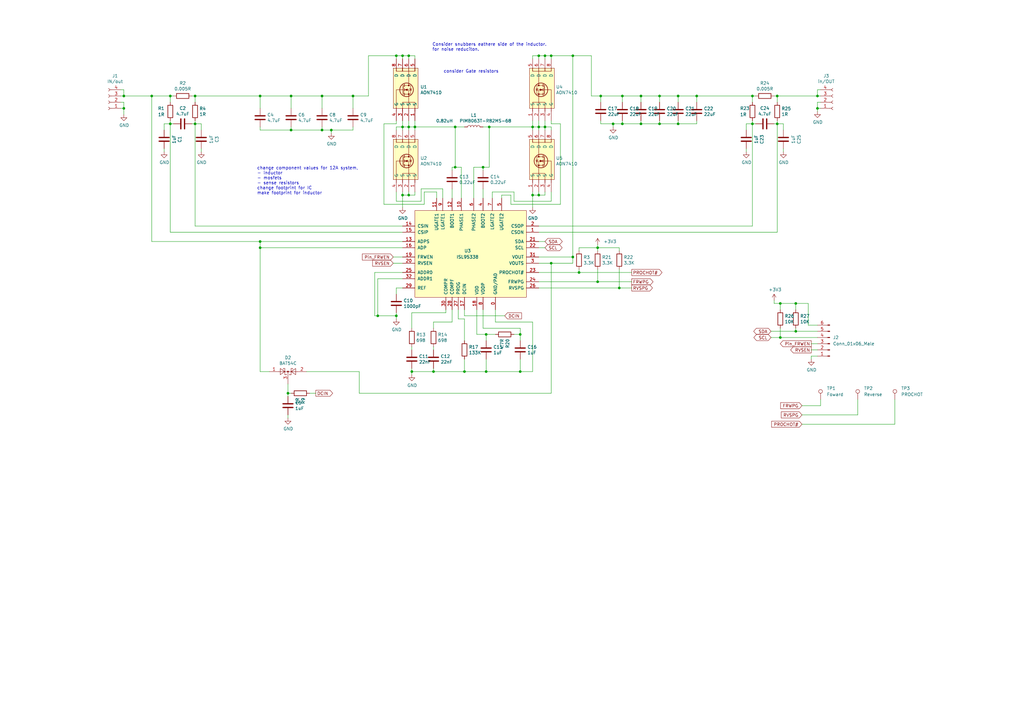
<source format=kicad_sch>
(kicad_sch (version 20211123) (generator eeschema)
  (paper "A3")
  (lib_symbols
    (symbol "AON7410:AON7410" (pin_names (offset 1.016))
      (property "Reference" "U" (at 0 1.27 0))
      (property "Value" "AON7410" (at 0 -1.27 0))
      (symbol "AON7410_0_1"
        (rectangle (start -7.62 -2.54) (end 8.89 -12.7) (fill (type background)))
        (polyline (pts (xy -8.89 -11.43) (xy 0 -11.43)))
        (polyline (pts (xy -8.89 -6.35) (xy -5.08 -6.35)))
        (polyline (pts (xy -8.89 -3.81) (xy -5.08 -3.81) (xy -5.08 -6.35)))
        (polyline (pts (xy -8.89 -8.89) (xy -5.08 -8.89) (xy -5.08 -6.35) (xy -2.54 -6.35)))
        (polyline (pts (xy 2.54 -6.35) (xy 8.89 -6.35) (xy 7.62 -6.35) (xy 7.62 -3.81) (xy 8.89 -3.81) (xy 7.62 -3.81) (xy 7.62 -11.43) (xy 8.89 -11.43) (xy 7.62 -11.43) (xy 7.62 -8.89) (xy 8.89 -8.89)))
      )
      (symbol "AON7410_1_1"
        (circle (center -1.778 -6.35) (radius 0.254) (fill (type outline)))
        (circle (center 0 -7.239) (radius 2.794) (stroke (width 0.254)))
        (polyline (pts (xy -1.27 -8.128) (xy -2.286 -8.128)) (stroke (width 0.254)))
        (polyline (pts (xy 0 -8.636) (xy 0 -11.43)))
        (polyline (pts (xy 0.508 -8.128) (xy -0.508 -8.128)) (stroke (width 0.254)))
        (polyline (pts (xy 1.905 -8.636) (xy -1.905 -8.636)) (stroke (width 0.254)))
        (polyline (pts (xy 2.286 -8.128) (xy 1.27 -8.128)) (stroke (width 0.254)))
        (polyline (pts (xy 2.54 -6.35) (xy 1.778 -6.35)))
        (polyline (pts (xy -2.54 -6.35) (xy 0 -6.35) (xy 0 -8.128)))
        (polyline (pts (xy -1.778 -8.128) (xy -1.778 -5.588) (xy 1.778 -5.588) (xy 1.778 -8.128)))
        (polyline (pts (xy 0 -7.874) (xy 0.381 -6.858) (xy -0.381 -6.858) (xy 0 -7.874)) (fill (type outline)))
        (polyline (pts (xy 0.381 -5.588) (xy -0.254 -5.969) (xy -0.254 -5.207) (xy 0.381 -5.588)))
        (polyline (pts (xy 0.508 -6.096) (xy 0.381 -5.969) (xy 0.381 -5.207) (xy 0.254 -5.08)))
        (circle (center 1.778 -6.35) (radius 0.254) (fill (type outline)))
        (pin passive line (at -12.7 -3.81 0) (length 5.08) (name "S") (number "1"))
        (pin passive line (at -12.7 -6.35 0) (length 5.08) (name "S") (number "2"))
        (pin passive line (at -12.7 -8.89 0) (length 5.08) (name "S") (number "3"))
        (pin passive line (at -12.7 -11.43 0) (length 5.08) (name "G") (number "4"))
        (pin passive line (at 12.7 -3.81 180) (length 5.08) (name "D") (number "5"))
        (pin passive line (at 12.7 -6.35 180) (length 5.08) (name "D") (number "6"))
        (pin passive line (at 12.7 -8.89 180) (length 5.08) (name "D") (number "7"))
        (pin passive line (at 12.7 -11.43 180) (length 5.08) (name "D") (number "8"))
      )
    )
    (symbol "Connector:Conn_01x04_Female" (pin_names (offset 1.016) hide)
      (property "Reference" "J" (at 0 5.08 0))
      (property "Value" "Conn_01x04_Female" (at 0 -7.62 0))
      (symbol "Conn_01x04_Female_1_1"
        (arc (start 0 -4.572) (mid -0.508 -5.08) (end 0 -5.588) (stroke (width 0.1524)))
        (arc (start 0 -2.032) (mid -0.508 -2.54) (end 0 -3.048) (stroke (width 0.1524)))
        (polyline (pts (xy -1.27 -5.08) (xy -0.508 -5.08)) (stroke (width 0.1524)))
        (polyline (pts (xy -1.27 -2.54) (xy -0.508 -2.54)) (stroke (width 0.1524)))
        (polyline (pts (xy -1.27 0) (xy -0.508 0)) (stroke (width 0.1524)))
        (polyline (pts (xy -1.27 2.54) (xy -0.508 2.54)) (stroke (width 0.1524)))
        (arc (start 0 0.508) (mid -0.508 0) (end 0 -0.508) (stroke (width 0.1524)))
        (arc (start 0 3.048) (mid -0.508 2.54) (end 0 2.032) (stroke (width 0.1524)))
        (pin passive line (at -5.08 2.54 0) (length 3.81) (name "Pin_1") (number "1"))
        (pin passive line (at -5.08 0 0) (length 3.81) (name "Pin_2") (number "2"))
        (pin passive line (at -5.08 -2.54 0) (length 3.81) (name "Pin_3") (number "3"))
        (pin passive line (at -5.08 -5.08 0) (length 3.81) (name "Pin_4") (number "4"))
      )
    )
    (symbol "Connector:Conn_01x06_Male" (pin_names (offset 1.016) hide)
      (property "Reference" "J" (at 0 7.62 0))
      (property "Value" "Conn_01x06_Male" (at 0 -10.16 0))
      (symbol "Conn_01x06_Male_1_1"
        (polyline (pts (xy 1.27 -7.62) (xy 0.8636 -7.62)) (stroke (width 0.1524)))
        (polyline (pts (xy 1.27 -5.08) (xy 0.8636 -5.08)) (stroke (width 0.1524)))
        (polyline (pts (xy 1.27 -2.54) (xy 0.8636 -2.54)) (stroke (width 0.1524)))
        (polyline (pts (xy 1.27 0) (xy 0.8636 0)) (stroke (width 0.1524)))
        (polyline (pts (xy 1.27 2.54) (xy 0.8636 2.54)) (stroke (width 0.1524)))
        (polyline (pts (xy 1.27 5.08) (xy 0.8636 5.08)) (stroke (width 0.1524)))
        (rectangle (start 0.8636 -7.493) (end 0 -7.747) (stroke (width 0.1524)) (fill (type outline)))
        (rectangle (start 0.8636 -4.953) (end 0 -5.207) (stroke (width 0.1524)) (fill (type outline)))
        (rectangle (start 0.8636 -2.413) (end 0 -2.667) (stroke (width 0.1524)) (fill (type outline)))
        (rectangle (start 0.8636 0.127) (end 0 -0.127) (stroke (width 0.1524)) (fill (type outline)))
        (rectangle (start 0.8636 2.667) (end 0 2.413) (stroke (width 0.1524)) (fill (type outline)))
        (rectangle (start 0.8636 5.207) (end 0 4.953) (stroke (width 0.1524)) (fill (type outline)))
        (pin passive line (at 5.08 5.08 180) (length 3.81) (name "Pin_1") (number "1"))
        (pin passive line (at 5.08 2.54 180) (length 3.81) (name "Pin_2") (number "2"))
        (pin passive line (at 5.08 0 180) (length 3.81) (name "Pin_3") (number "3"))
        (pin passive line (at 5.08 -2.54 180) (length 3.81) (name "Pin_4") (number "4"))
        (pin passive line (at 5.08 -5.08 180) (length 3.81) (name "Pin_5") (number "5"))
        (pin passive line (at 5.08 -7.62 180) (length 3.81) (name "Pin_6") (number "6"))
      )
    )
    (symbol "Connector:TestPoint" (pin_numbers hide) (pin_names (offset 0.762) hide)
      (property "Reference" "TP" (at 0 6.858 0))
      (property "Value" "TestPoint" (at 0 5.08 0))
      (symbol "TestPoint_0_1"
        (circle (center 0 3.302) (radius 0.762))
      )
      (symbol "TestPoint_1_1"
        (pin passive line (at 0 0 90) (length 2.54) (name "1") (number "1"))
      )
    )
    (symbol "Device:C" (pin_numbers hide) (pin_names (offset 0.254))
      (property "Reference" "C" (at 0.635 2.54 0))
      (property "Value" "C" (at 0.635 -2.54 0))
      (symbol "C_0_1"
        (polyline (pts (xy -2.032 -0.762) (xy 2.032 -0.762)) (stroke (width 0.508)))
        (polyline (pts (xy -2.032 0.762) (xy 2.032 0.762)) (stroke (width 0.508)))
      )
      (symbol "C_1_1"
        (pin passive line (at 0 3.81 270) (length 2.794) (name "~") (number "1"))
        (pin passive line (at 0 -3.81 90) (length 2.794) (name "~") (number "2"))
      )
    )
    (symbol "Device:L" (pin_numbers hide) (pin_names (offset 1.016) hide)
      (property "Reference" "L" (at -1.27 0 90))
      (property "Value" "L" (at 1.905 0 90))
      (symbol "L_0_1"
        (arc (start 0 -2.54) (mid 0.635 -1.905) (end 0 -1.27))
        (arc (start 0 -1.27) (mid 0.635 -0.635) (end 0 0))
        (arc (start 0 0) (mid 0.635 0.635) (end 0 1.27))
        (arc (start 0 1.27) (mid 0.635 1.905) (end 0 2.54))
      )
      (symbol "L_1_1"
        (pin passive line (at 0 3.81 270) (length 1.27) (name "1") (number "1"))
        (pin passive line (at 0 -3.81 90) (length 1.27) (name "2") (number "2"))
      )
    )
    (symbol "Device:R" (pin_numbers hide) (pin_names (offset 0))
      (property "Reference" "R" (at 2.032 0 90))
      (property "Value" "R" (at 0 0 90))
      (symbol "R_0_1"
        (rectangle (start -1.016 -2.54) (end 1.016 2.54) (stroke (width 0.254)))
      )
      (symbol "R_1_1"
        (pin passive line (at 0 3.81 270) (length 1.27) (name "~") (number "1"))
        (pin passive line (at 0 -3.81 90) (length 1.27) (name "~") (number "2"))
      )
    )
    (symbol "Diode:BAT54C" (pin_names (offset 1.016))
      (property "Reference" "D" (at 0.635 -3.81 0))
      (property "Value" "BAT54C" (at -6.35 3.175 0))
      (symbol "BAT54C_0_1"
        (polyline (pts (xy -1.905 0) (xy 1.905 0)))
        (polyline (pts (xy -1.905 1.27) (xy -1.905 1.016)))
        (polyline (pts (xy -1.27 -1.27) (xy -0.635 -1.27)))
        (polyline (pts (xy -1.27 0) (xy -3.81 0)))
        (polyline (pts (xy -1.27 1.27) (xy -1.905 1.27)))
        (polyline (pts (xy -1.27 1.27) (xy -1.27 -1.27)))
        (polyline (pts (xy -0.635 -1.27) (xy -0.635 -1.016)))
        (polyline (pts (xy 0.635 -1.27) (xy 0.635 -1.016)))
        (polyline (pts (xy 1.27 -1.27) (xy 0.635 -1.27)))
        (polyline (pts (xy 1.27 1.27) (xy 1.27 -1.27)))
        (polyline (pts (xy 1.27 1.27) (xy 1.905 1.27)))
        (polyline (pts (xy 1.905 1.27) (xy 1.905 1.016)))
        (polyline (pts (xy 3.81 0) (xy 1.27 0)))
        (polyline (pts (xy -3.175 -1.27) (xy -3.175 1.27) (xy -1.27 0) (xy -3.175 -1.27)))
        (polyline (pts (xy 3.175 -1.27) (xy 3.175 1.27) (xy 1.27 0) (xy 3.175 -1.27)))
        (circle (center 0 0) (radius 0.254) (fill (type outline)))
      )
      (symbol "BAT54C_1_1"
        (pin passive line (at -7.62 0 0) (length 3.81) (name "~") (number "1"))
        (pin passive line (at 7.62 0 180) (length 3.81) (name "~") (number "2"))
        (pin passive line (at 0 -5.08 90) (length 5.08) (name "~") (number "3"))
      )
    )
    (symbol "ISL95338:ISL95338" (pin_names (offset 1.016))
      (property "Reference" "U" (at 1.27 -5.08 0))
      (property "Value" "ISL95338" (at 0 -7.62 0))
      (symbol "ISL95338_0_1"
        (rectangle (start -21.59 12.7) (end 24.13 -22.86) (fill (type background)))
      )
      (symbol "ISL95338_1_1"
        (pin power_in line (at 11.43 -27.94 90) (length 5.08) (name "GND/PAD") (number "0"))
        (pin input line (at 29.21 3.81 180) (length 5.08) (name "CSON") (number "1"))
        (pin passive line (at -2.54 17.78 270) (length 5.08) (name "PHASE1") (number "10"))
        (pin output line (at -12.7 17.78 270) (length 5.08) (name "UGATE1") (number "11"))
        (pin passive line (at -6.35 17.78 270) (length 5.08) (name "BOOT1") (number "12"))
        (pin passive line (at -26.67 0 0) (length 5.08) (name "ADPS") (number "13"))
        (pin input line (at -26.67 6.35 0) (length 5.08) (name "CSIN") (number "14"))
        (pin input line (at -26.67 3.81 0) (length 5.08) (name "CSIP") (number "15"))
        (pin input line (at -26.67 -2.54 0) (length 5.08) (name "ADP") (number "16"))
        (pin power_in line (at -1.27 -27.94 90) (length 5.08) (name "DCIN") (number "17"))
        (pin power_out line (at 3.81 -27.94 90) (length 5.08) (name "VDD") (number "18"))
        (pin input line (at -26.67 -6.35 0) (length 5.08) (name "FRWEN") (number "19"))
        (pin input line (at 29.21 6.35 180) (length 5.08) (name "CSOP") (number "2"))
        (pin input line (at -26.67 -8.89 0) (length 5.08) (name "RVSEN") (number "20"))
        (pin bidirectional line (at 29.21 0 180) (length 5.08) (name "SDA") (number "21"))
        (pin bidirectional line (at 29.21 -2.54 180) (length 5.08) (name "SCL") (number "22"))
        (pin output line (at 29.21 -12.7 180) (length 5.08) (name "PROCHOT#") (number "23"))
        (pin output line (at 29.21 -16.51 180) (length 5.08) (name "FRWPG") (number "24"))
        (pin input line (at -26.67 -12.7 0) (length 5.08) (name "ADDR0") (number "25"))
        (pin output line (at 29.21 -19.05 180) (length 5.08) (name "RVSPG") (number "26"))
        (pin passive line (at -3.81 -27.94 90) (length 5.08) (name "PROG") (number "27"))
        (pin output line (at -6.35 -27.94 90) (length 5.08) (name "COMPF") (number "28"))
        (pin passive line (at -26.67 -19.05 0) (length 5.08) (name "REF") (number "29"))
        (pin passive line (at 29.21 -8.89 180) (length 5.08) (name "VOUTS") (number "3"))
        (pin output line (at -8.89 -27.94 90) (length 5.08) (name "COMPR") (number "30"))
        (pin input line (at 29.21 -6.35 180) (length 5.08) (name "VOUT") (number "31"))
        (pin input line (at -26.67 -15.24 0) (length 5.08) (name "ADDR1") (number "32"))
        (pin input line (at 6.35 17.78 270) (length 5.08) (name "BOOT2") (number "4"))
        (pin output line (at 13.97 17.78 270) (length 5.08) (name "UGATE2") (number "5"))
        (pin output line (at 2.54 17.78 270) (length 5.08) (name "PHASE2") (number "6"))
        (pin output line (at 10.16 17.78 270) (length 5.08) (name "LGATE2") (number "7"))
        (pin power_in line (at 6.35 -27.94 90) (length 5.08) (name "VDDP") (number "8"))
        (pin output line (at -10.16 17.78 270) (length 5.08) (name "LGATE1") (number "9"))
      )
    )
    (symbol "power:+3.3V" (power) (pin_names (offset 0))
      (property "Value" "+3.3V" (at 0 3.556 0))
      (symbol "+3.3V_0_1"
        (polyline (pts (xy -0.762 1.27) (xy 0 2.54)))
        (polyline (pts (xy 0 0) (xy 0 2.54)))
        (polyline (pts (xy 0 2.54) (xy 0.762 1.27)))
      )
      (symbol "+3.3V_1_1"
        (pin power_in line (at 0 0 90) (length 0) hide (name "+3V3") (number "1"))
      )
    )
    (symbol "power:GND" (power) (pin_names (offset 0))
      (property "Value" "GND" (at 0 -3.81 0))
      (symbol "GND_0_1"
        (polyline (pts (xy 0 0) (xy 0 -1.27) (xy 1.27 -1.27) (xy 0 -2.54) (xy -1.27 -1.27) (xy 0 -1.27)))
      )
      (symbol "GND_1_1"
        (pin power_in line (at 0 0 270) (length 0) hide (name "GND") (number "1"))
      )
    )
  )
  (junction (at 190.5 152.4))
  (junction (at 220.98 22.86))
  (junction (at 119.38 53.34))
  (junction (at 186.69 52.07))
  (junction (at 167.64 22.86))
  (junction (at 106.68 39.37))
  (junction (at 245.11 115.57))
  (junction (at 234.95 22.86))
  (junction (at 218.44 80.01))
  (junction (at 154.94 129.54))
  (junction (at 177.8 152.4))
  (junction (at 318.77 39.37))
  (junction (at 80.01 50.8))
  (junction (at 318.77 50.8))
  (junction (at 69.85 39.37))
  (junction (at 165.1 52.07))
  (junction (at 170.18 52.07))
  (junction (at 278.13 50.8))
  (junction (at 308.61 50.8))
  (junction (at 186.69 68.58))
  (junction (at 237.49 111.76))
  (junction (at 262.89 50.8))
  (junction (at 80.01 39.37))
  (junction (at 223.52 52.07))
  (junction (at 119.38 39.37))
  (junction (at 213.36 137.16))
  (junction (at 255.27 50.8))
  (junction (at 335.28 39.37))
  (junction (at 320.04 124.46))
  (junction (at 165.1 80.01))
  (junction (at 198.12 68.58))
  (junction (at 245.11 101.6))
  (junction (at 223.52 22.86))
  (junction (at 262.89 39.37))
  (junction (at 226.06 107.95))
  (junction (at 200.66 52.07))
  (junction (at 199.39 152.4))
  (junction (at 270.51 39.37))
  (junction (at 62.23 39.37))
  (junction (at 308.61 39.37))
  (junction (at 167.64 80.01))
  (junction (at 213.36 152.4))
  (junction (at 218.44 52.07))
  (junction (at 106.68 101.6))
  (junction (at 234.95 105.41))
  (junction (at 144.78 39.37))
  (junction (at 220.98 80.01))
  (junction (at 254 118.11))
  (junction (at 326.39 124.46))
  (junction (at 106.68 99.06))
  (junction (at 226.06 22.86))
  (junction (at 69.85 50.8))
  (junction (at 320.04 138.43))
  (junction (at 335.28 44.45))
  (junction (at 270.51 50.8))
  (junction (at 50.8 44.45))
  (junction (at 167.64 52.07))
  (junction (at 118.11 161.29))
  (junction (at 162.56 22.86))
  (junction (at 132.08 39.37))
  (junction (at 220.98 52.07))
  (junction (at 168.91 152.4))
  (junction (at 135.89 53.34))
  (junction (at 285.75 39.37))
  (junction (at 132.08 53.34))
  (junction (at 255.27 39.37))
  (junction (at 251.46 50.8))
  (junction (at 165.1 22.86))
  (junction (at 199.39 137.16))
  (junction (at 326.39 135.89))
  (junction (at 50.8 39.37))
  (junction (at 278.13 39.37))
  (junction (at 162.56 129.54))
  (junction (at 246.38 39.37))
  (wire (pts (xy 170.18 52.07) (xy 170.18 53.34)))
  (wire (pts (xy 331.47 124.46) (xy 326.39 124.46)))
  (wire (pts (xy 278.13 39.37) (xy 285.75 39.37)))
  (wire (pts (xy 251.46 50.8) (xy 255.27 50.8)))
  (wire (pts (xy 106.68 39.37) (xy 119.38 39.37)))
  (wire (pts (xy 168.91 142.24) (xy 168.91 143.51)))
  (wire (pts (xy 308.61 92.71) (xy 308.61 50.8)))
  (wire (pts (xy 62.23 39.37) (xy 62.23 99.06)))
  (wire (pts (xy 245.11 101.6) (xy 254 101.6)))
  (wire (pts (xy 80.01 39.37) (xy 106.68 39.37)))
  (wire (pts (xy 154.94 114.3) (xy 154.94 129.54)))
  (wire (pts (xy 326.39 135.89) (xy 326.39 134.62)))
  (wire (pts (xy 170.18 22.86) (xy 167.64 22.86)))
  (wire (pts (xy 119.38 53.34) (xy 106.68 53.34)))
  (wire (pts (xy 119.38 39.37) (xy 132.08 39.37)))
  (wire (pts (xy 218.44 24.13) (xy 218.44 22.86)))
  (wire (pts (xy 336.55 166.37) (xy 336.55 163.83)))
  (wire (pts (xy 185.42 127) (xy 185.42 132.08)))
  (wire (pts (xy 220.98 80.01) (xy 218.44 80.01)))
  (wire (pts (xy 317.5 123.19) (xy 317.5 124.46)))
  (wire (pts (xy 106.68 99.06) (xy 165.1 99.06)))
  (wire (pts (xy 201.93 81.28) (xy 201.93 78.74)))
  (wire (pts (xy 321.31 62.23) (xy 321.31 60.96)))
  (wire (pts (xy 162.56 22.86) (xy 151.13 22.86)))
  (wire (pts (xy 190.5 147.32) (xy 190.5 152.4)))
  (wire (pts (xy 245.11 101.6) (xy 245.11 102.87)))
  (wire (pts (xy 199.39 152.4) (xy 213.36 152.4)))
  (wire (pts (xy 80.01 39.37) (xy 80.01 41.91)))
  (wire (pts (xy 147.32 161.29) (xy 147.32 152.4)))
  (wire (pts (xy 335.28 135.89) (xy 326.39 135.89)))
  (wire (pts (xy 165.1 24.13) (xy 165.1 22.86)))
  (wire (pts (xy 71.12 39.37) (xy 69.85 39.37)))
  (wire (pts (xy 177.8 142.24) (xy 177.8 143.51)))
  (wire (pts (xy 237.49 111.76) (xy 259.08 111.76)))
  (wire (pts (xy 167.64 80.01) (xy 170.18 80.01)))
  (wire (pts (xy 335.28 36.83) (xy 335.28 39.37)))
  (wire (pts (xy 162.56 49.53) (xy 162.56 50.8)))
  (wire (pts (xy 161.29 105.41) (xy 165.1 105.41)))
  (wire (pts (xy 220.98 49.53) (xy 220.98 52.07)))
  (wire (pts (xy 203.2 127) (xy 203.2 132.08)))
  (wire (pts (xy 198.12 134.62) (xy 198.12 127)))
  (wire (pts (xy 326.39 127) (xy 326.39 124.46)))
  (wire (pts (xy 50.8 39.37) (xy 62.23 39.37)))
  (wire (pts (xy 321.31 50.8) (xy 318.77 50.8)))
  (wire (pts (xy 153.67 129.54) (xy 154.94 129.54)))
  (wire (pts (xy 309.88 39.37) (xy 308.61 39.37)))
  (wire (pts (xy 182.88 128.27) (xy 182.88 127)))
  (wire (pts (xy 198.12 68.58) (xy 200.66 68.58)))
  (wire (pts (xy 223.52 22.86) (xy 226.06 22.86)))
  (wire (pts (xy 306.07 62.23) (xy 306.07 60.96)))
  (wire (pts (xy 220.98 101.6) (xy 223.52 101.6)))
  (wire (pts (xy 185.42 68.58) (xy 186.69 68.58)))
  (wire (pts (xy 328.93 173.99) (xy 367.03 173.99)))
  (wire (pts (xy 218.44 132.08) (xy 218.44 152.4)))
  (wire (pts (xy 316.23 135.89) (xy 326.39 135.89)))
  (wire (pts (xy 220.98 52.07) (xy 220.98 53.34)))
  (wire (pts (xy 177.8 132.08) (xy 177.8 134.62)))
  (wire (pts (xy 50.8 36.83) (xy 50.8 39.37)))
  (wire (pts (xy 245.11 100.33) (xy 245.11 101.6)))
  (wire (pts (xy 190.5 152.4) (xy 199.39 152.4)))
  (wire (pts (xy 106.68 101.6) (xy 165.1 101.6)))
  (wire (pts (xy 190.5 130.81) (xy 190.5 139.7)))
  (wire (pts (xy 198.12 52.07) (xy 200.66 52.07)))
  (wire (pts (xy 186.69 52.07) (xy 190.5 52.07)))
  (wire (pts (xy 306.07 53.34) (xy 306.07 50.8)))
  (wire (pts (xy 237.49 110.49) (xy 237.49 111.76)))
  (wire (pts (xy 168.91 152.4) (xy 168.91 153.67)))
  (wire (pts (xy 209.55 80.01) (xy 209.55 83.82)))
  (wire (pts (xy 167.64 52.07) (xy 170.18 52.07)))
  (wire (pts (xy 270.51 41.91) (xy 270.51 39.37)))
  (wire (pts (xy 194.31 81.28) (xy 194.31 68.58)))
  (wire (pts (xy 285.75 39.37) (xy 308.61 39.37)))
  (wire (pts (xy 270.51 49.53) (xy 270.51 50.8)))
  (wire (pts (xy 308.61 39.37) (xy 308.61 41.91)))
  (wire (pts (xy 162.56 52.07) (xy 165.1 52.07)))
  (wire (pts (xy 205.74 80.01) (xy 209.55 80.01)))
  (wire (pts (xy 162.56 53.34) (xy 162.56 52.07)))
  (wire (pts (xy 187.96 130.81) (xy 187.96 127)))
  (wire (pts (xy 168.91 128.27) (xy 182.88 128.27)))
  (wire (pts (xy 69.85 39.37) (xy 69.85 41.91)))
  (wire (pts (xy 255.27 39.37) (xy 255.27 41.91)))
  (wire (pts (xy 198.12 77.47) (xy 198.12 81.28)))
  (wire (pts (xy 335.28 39.37) (xy 336.55 39.37)))
  (wire (pts (xy 205.74 81.28) (xy 205.74 80.01)))
  (wire (pts (xy 317.5 39.37) (xy 318.77 39.37)))
  (wire (pts (xy 229.87 83.82) (xy 229.87 50.8)))
  (wire (pts (xy 157.48 50.8) (xy 157.48 83.82)))
  (wire (pts (xy 69.85 49.53) (xy 69.85 50.8)))
  (wire (pts (xy 67.31 60.96) (xy 67.31 62.23)))
  (wire (pts (xy 198.12 68.58) (xy 198.12 69.85)))
  (wire (pts (xy 316.23 138.43) (xy 320.04 138.43)))
  (wire (pts (xy 67.31 50.8) (xy 69.85 50.8)))
  (wire (pts (xy 69.85 50.8) (xy 69.85 95.25)))
  (wire (pts (xy 270.51 39.37) (xy 278.13 39.37)))
  (wire (pts (xy 49.53 41.91) (xy 50.8 41.91)))
  (wire (pts (xy 255.27 39.37) (xy 262.89 39.37)))
  (wire (pts (xy 69.85 95.25) (xy 165.1 95.25)))
  (wire (pts (xy 186.69 68.58) (xy 189.23 68.58)))
  (wire (pts (xy 254 110.49) (xy 254 118.11)))
  (wire (pts (xy 242.57 22.86) (xy 242.57 39.37)))
  (wire (pts (xy 106.68 52.07) (xy 106.68 53.34)))
  (wire (pts (xy 162.56 129.54) (xy 162.56 130.81)))
  (wire (pts (xy 335.28 44.45) (xy 336.55 44.45)))
  (wire (pts (xy 186.69 68.58) (xy 186.69 52.07)))
  (wire (pts (xy 218.44 52.07) (xy 218.44 53.34)))
  (wire (pts (xy 318.77 39.37) (xy 318.77 41.91)))
  (wire (pts (xy 262.89 39.37) (xy 270.51 39.37)))
  (wire (pts (xy 170.18 80.01) (xy 170.18 78.74)))
  (wire (pts (xy 49.53 39.37) (xy 50.8 39.37)))
  (wire (pts (xy 218.44 22.86) (xy 220.98 22.86)))
  (wire (pts (xy 226.06 22.86) (xy 226.06 24.13)))
  (wire (pts (xy 245.11 115.57) (xy 259.08 115.57)))
  (wire (pts (xy 162.56 78.74) (xy 162.56 82.55)))
  (wire (pts (xy 135.89 54.61) (xy 135.89 53.34)))
  (wire (pts (xy 332.74 140.97) (xy 335.28 140.97)))
  (wire (pts (xy 50.8 44.45) (xy 50.8 46.99)))
  (wire (pts (xy 220.98 22.86) (xy 220.98 24.13)))
  (wire (pts (xy 226.06 82.55) (xy 226.06 78.74)))
  (wire (pts (xy 226.06 22.86) (xy 234.95 22.86)))
  (wire (pts (xy 132.08 39.37) (xy 144.78 39.37)))
  (wire (pts (xy 320.04 124.46) (xy 317.5 124.46)))
  (wire (pts (xy 165.1 118.11) (xy 162.56 118.11)))
  (wire (pts (xy 157.48 83.82) (xy 173.99 83.82)))
  (wire (pts (xy 234.95 22.86) (xy 242.57 22.86)))
  (wire (pts (xy 318.77 50.8) (xy 318.77 49.53)))
  (wire (pts (xy 317.5 50.8) (xy 318.77 50.8)))
  (wire (pts (xy 167.64 24.13) (xy 167.64 22.86)))
  (wire (pts (xy 278.13 50.8) (xy 285.75 50.8)))
  (wire (pts (xy 210.82 82.55) (xy 226.06 82.55)))
  (wire (pts (xy 172.72 77.47) (xy 181.61 77.47)))
  (wire (pts (xy 213.36 134.62) (xy 198.12 134.62)))
  (wire (pts (xy 218.44 85.09) (xy 218.44 80.01)))
  (wire (pts (xy 245.11 101.6) (xy 237.49 101.6)))
  (wire (pts (xy 49.53 36.83) (xy 50.8 36.83)))
  (wire (pts (xy 118.11 162.56) (xy 118.11 161.29)))
  (wire (pts (xy 167.64 52.07) (xy 167.64 49.53)))
  (wire (pts (xy 220.98 78.74) (xy 220.98 80.01)))
  (wire (pts (xy 321.31 53.34) (xy 321.31 50.8)))
  (wire (pts (xy 106.68 152.4) (xy 110.49 152.4)))
  (wire (pts (xy 218.44 49.53) (xy 218.44 52.07)))
  (wire (pts (xy 306.07 50.8) (xy 308.61 50.8)))
  (wire (pts (xy 278.13 49.53) (xy 278.13 50.8)))
  (wire (pts (xy 245.11 110.49) (xy 245.11 115.57)))
  (wire (pts (xy 119.38 44.45) (xy 119.38 39.37)))
  (wire (pts (xy 118.11 161.29) (xy 119.38 161.29)))
  (wire (pts (xy 132.08 52.07) (xy 132.08 53.34)))
  (wire (pts (xy 328.93 170.18) (xy 351.79 170.18)))
  (wire (pts (xy 106.68 99.06) (xy 62.23 99.06)))
  (wire (pts (xy 367.03 173.99) (xy 367.03 163.83)))
  (wire (pts (xy 331.47 133.35) (xy 331.47 124.46)))
  (wire (pts (xy 320.04 127) (xy 320.04 124.46)))
  (wire (pts (xy 285.75 41.91) (xy 285.75 39.37)))
  (wire (pts (xy 203.2 132.08) (xy 218.44 132.08)))
  (wire (pts (xy 170.18 24.13) (xy 170.18 22.86)))
  (wire (pts (xy 132.08 44.45) (xy 132.08 39.37)))
  (wire (pts (xy 262.89 41.91) (xy 262.89 39.37)))
  (wire (pts (xy 223.52 22.86) (xy 223.52 24.13)))
  (wire (pts (xy 220.98 107.95) (xy 226.06 107.95)))
  (wire (pts (xy 246.38 50.8) (xy 251.46 50.8)))
  (wire (pts (xy 80.01 50.8) (xy 80.01 49.53)))
  (wire (pts (xy 82.55 50.8) (xy 82.55 53.34)))
  (wire (pts (xy 185.42 77.47) (xy 185.42 81.28)))
  (wire (pts (xy 251.46 52.07) (xy 251.46 50.8)))
  (wire (pts (xy 177.8 132.08) (xy 185.42 132.08)))
  (wire (pts (xy 173.99 78.74) (xy 173.99 83.82)))
  (wire (pts (xy 335.28 41.91) (xy 335.28 44.45)))
  (wire (pts (xy 254 118.11) (xy 259.08 118.11)))
  (wire (pts (xy 351.79 170.18) (xy 351.79 163.83)))
  (wire (pts (xy 255.27 50.8) (xy 255.27 49.53)))
  (wire (pts (xy 151.13 22.86) (xy 151.13 39.37)))
  (wire (pts (xy 245.11 115.57) (xy 220.98 115.57)))
  (wire (pts (xy 234.95 107.95) (xy 234.95 105.41)))
  (wire (pts (xy 165.1 78.74) (xy 165.1 80.01)))
  (wire (pts (xy 255.27 50.8) (xy 262.89 50.8)))
  (wire (pts (xy 106.68 101.6) (xy 106.68 99.06)))
  (wire (pts (xy 213.36 134.62) (xy 213.36 137.16)))
  (wire (pts (xy 190.5 127) (xy 190.5 129.54)))
  (wire (pts (xy 285.75 50.8) (xy 285.75 49.53)))
  (wire (pts (xy 318.77 39.37) (xy 335.28 39.37)))
  (wire (pts (xy 127 161.29) (xy 129.54 161.29)))
  (wire (pts (xy 335.28 41.91) (xy 336.55 41.91)))
  (wire (pts (xy 118.11 170.18) (xy 118.11 171.45)))
  (wire (pts (xy 213.36 137.16) (xy 213.36 139.7)))
  (wire (pts (xy 82.55 62.23) (xy 82.55 60.96)))
  (wire (pts (xy 78.74 39.37) (xy 80.01 39.37)))
  (wire (pts (xy 223.52 52.07) (xy 220.98 52.07)))
  (wire (pts (xy 62.23 39.37) (xy 69.85 39.37)))
  (wire (pts (xy 199.39 139.7) (xy 199.39 137.16)))
  (wire (pts (xy 189.23 68.58) (xy 189.23 81.28)))
  (wire (pts (xy 147.32 161.29) (xy 226.06 161.29)))
  (wire (pts (xy 49.53 44.45) (xy 50.8 44.45)))
  (wire (pts (xy 67.31 53.34) (xy 67.31 50.8)))
  (wire (pts (xy 147.32 152.4) (xy 125.73 152.4)))
  (wire (pts (xy 218.44 80.01) (xy 218.44 78.74)))
  (wire (pts (xy 195.58 137.16) (xy 199.39 137.16)))
  (wire (pts (xy 335.28 44.45) (xy 335.28 45.72)))
  (wire (pts (xy 234.95 22.86) (xy 234.95 105.41)))
  (wire (pts (xy 177.8 152.4) (xy 177.8 151.13)))
  (wire (pts (xy 162.56 128.27) (xy 162.56 129.54)))
  (wire (pts (xy 234.95 105.41) (xy 220.98 105.41)))
  (wire (pts (xy 170.18 52.07) (xy 170.18 49.53)))
  (wire (pts (xy 162.56 118.11) (xy 162.56 120.65)))
  (wire (pts (xy 262.89 50.8) (xy 270.51 50.8)))
  (wire (pts (xy 162.56 82.55) (xy 172.72 82.55)))
  (wire (pts (xy 119.38 53.34) (xy 132.08 53.34)))
  (wire (pts (xy 78.74 50.8) (xy 80.01 50.8)))
  (wire (pts (xy 320.04 138.43) (xy 320.04 134.62)))
  (wire (pts (xy 50.8 41.91) (xy 50.8 44.45)))
  (wire (pts (xy 80.01 50.8) (xy 82.55 50.8)))
  (wire (pts (xy 328.93 166.37) (xy 336.55 166.37)))
  (wire (pts (xy 165.1 49.53) (xy 165.1 52.07)))
  (wire (pts (xy 278.13 41.91) (xy 278.13 39.37)))
  (wire (pts (xy 226.06 53.34) (xy 226.06 52.07)))
  (wire (pts (xy 242.57 39.37) (xy 246.38 39.37)))
  (wire (pts (xy 190.5 129.54) (xy 207.01 129.54)))
  (wire (pts (xy 226.06 107.95) (xy 234.95 107.95)))
  (wire (pts (xy 167.64 22.86) (xy 165.1 22.86)))
  (wire (pts (xy 165.1 80.01) (xy 165.1 85.09)))
  (wire (pts (xy 210.82 78.74) (xy 210.82 82.55)))
  (wire (pts (xy 195.58 127) (xy 195.58 137.16)))
  (wire (pts (xy 270.51 50.8) (xy 278.13 50.8)))
  (wire (pts (xy 229.87 50.8) (xy 226.06 50.8)))
  (wire (pts (xy 254 101.6) (xy 254 102.87)))
  (wire (pts (xy 185.42 68.58) (xy 185.42 69.85)))
  (wire (pts (xy 181.61 77.47) (xy 181.61 81.28)))
  (wire (pts (xy 168.91 151.13) (xy 168.91 152.4)))
  (wire (pts (xy 179.07 81.28) (xy 179.07 78.74)))
  (wire (pts (xy 144.78 39.37) (xy 151.13 39.37)))
  (wire (pts (xy 220.98 22.86) (xy 223.52 22.86)))
  (wire (pts (xy 213.36 152.4) (xy 218.44 152.4)))
  (wire (pts (xy 144.78 44.45) (xy 144.78 39.37)))
  (wire (pts (xy 167.64 53.34) (xy 167.64 52.07)))
  (wire (pts (xy 223.52 99.06) (xy 220.98 99.06)))
  (wire (pts (xy 226.06 107.95) (xy 226.06 161.29)))
  (wire (pts (xy 220.98 92.71) (xy 308.61 92.71)))
  (wire (pts (xy 332.74 146.05) (xy 332.74 147.32)))
  (wire (pts (xy 80.01 92.71) (xy 165.1 92.71)))
  (wire (pts (xy 220.98 95.25) (xy 318.77 95.25)))
  (wire (pts (xy 237.49 111.76) (xy 220.98 111.76)))
  (wire (pts (xy 106.68 101.6) (xy 106.68 152.4)))
  (wire (pts (xy 132.08 53.34) (xy 135.89 53.34)))
  (wire (pts (xy 154.94 129.54) (xy 162.56 129.54)))
  (wire (pts (xy 199.39 147.32) (xy 199.39 152.4)))
  (wire (pts (xy 246.38 49.53) (xy 246.38 50.8)))
  (wire (pts (xy 161.29 107.95) (xy 165.1 107.95)))
  (wire (pts (xy 336.55 36.83) (xy 335.28 36.83)))
  (wire (pts (xy 246.38 39.37) (xy 255.27 39.37)))
  (wire (pts (xy 172.72 82.55) (xy 172.72 77.47)))
  (wire (pts (xy 237.49 101.6) (xy 237.49 102.87)))
  (wire (pts (xy 69.85 50.8) (xy 71.12 50.8)))
  (wire (pts (xy 308.61 50.8) (xy 309.88 50.8)))
  (wire (pts (xy 165.1 80.01) (xy 167.64 80.01)))
  (wire (pts (xy 220.98 118.11) (xy 254 118.11)))
  (wire (pts (xy 194.31 68.58) (xy 198.12 68.58)))
  (wire (pts (xy 201.93 78.74) (xy 210.82 78.74)))
  (wire (pts (xy 332.74 143.51) (xy 335.28 143.51)))
  (wire (pts (xy 226.06 50.8) (xy 226.06 49.53)))
  (wire (pts (xy 209.55 83.82) (xy 229.87 83.82)))
  (wire (pts (xy 162.56 22.86) (xy 162.56 24.13)))
  (wire (pts (xy 165.1 114.3) (xy 154.94 114.3)))
  (wire (pts (xy 168.91 152.4) (xy 177.8 152.4)))
  (wire (pts (xy 168.91 128.27) (xy 168.91 134.62)))
  (wire (pts (xy 165.1 52.07) (xy 165.1 53.34)))
  (wire (pts (xy 335.28 133.35) (xy 331.47 133.35)))
  (wire (pts (xy 335.28 146.05) (xy 332.74 146.05)))
  (wire (pts (xy 153.67 111.76) (xy 153.67 129.54)))
  (wire (pts (xy 167.64 78.74) (xy 167.64 80.01)))
  (wire (pts (xy 106.68 44.45) (xy 106.68 39.37)))
  (wire (pts (xy 144.78 52.07) (xy 144.78 53.34)))
  (wire (pts (xy 165.1 111.76) (xy 153.67 111.76)))
  (wire (pts (xy 162.56 50.8) (xy 157.48 50.8)))
  (wire (pts (xy 80.01 92.71) (xy 80.01 50.8)))
  (wire (pts (xy 179.07 78.74) (xy 173.99 78.74)))
  (wire (pts (xy 318.77 95.25) (xy 318.77 50.8)))
  (wire (pts (xy 190.5 130.81) (xy 187.96 130.81)))
  (wire (pts (xy 177.8 152.4) (xy 190.5 152.4)))
  (wire (pts (xy 335.28 138.43) (xy 320.04 138.43)))
  (wire (pts (xy 210.82 137.16) (xy 213.36 137.16)))
  (wire (pts (xy 223.52 49.53) (xy 223.52 52.07)))
  (wire (pts (xy 226.06 52.07) (xy 223.52 52.07)))
  (wire (pts (xy 262.89 49.53) (xy 262.89 50.8)))
  (wire (pts (xy 223.52 80.01) (xy 223.52 78.74)))
  (wire (pts (xy 199.39 137.16) (xy 203.2 137.16)))
  (wire (pts (xy 165.1 52.07) (xy 167.64 52.07)))
  (wire (pts (xy 220.98 52.07) (xy 218.44 52.07)))
  (wire (pts (xy 119.38 53.34) (xy 119.38 52.07)))
  (wire (pts (xy 118.11 157.48) (xy 118.11 161.29)))
  (wire (pts (xy 308.61 49.53) (xy 308.61 50.8)))
  (wire (pts (xy 135.89 53.34) (xy 144.78 53.34)))
  (wire (pts (xy 223.52 52.07) (xy 223.52 53.34)))
  (wire (pts (xy 326.39 124.46) (xy 320.04 124.46)))
  (wire (pts (xy 220.98 80.01) (xy 223.52 80.01)))
  (wire (pts (xy 200.66 68.58) (xy 200.66 52.07)))
  (wire (pts (xy 213.36 147.32) (xy 213.36 152.4)))
  (wire (pts (xy 200.66 52.07) (xy 218.44 52.07)))
  (wire (pts (xy 170.18 52.07) (xy 186.69 52.07)))
  (wire (pts (xy 162.56 22.86) (xy 165.1 22.86)))
  (wire (pts (xy 246.38 41.91) (xy 246.38 39.37)))
  (text "Consider snubbers eathere side of the inductor.\nfor noise reduciton. " (at 177.292 21.1328 0) (effects (font (size 1.27 1.27)) (justify left bottom)))
  (text "consider Gate resistors" (at 181.9148 30.1244 0) (effects (font (size 1.27 1.27)) (justify left bottom)))
  (text "change component values for 12A system, \n- inductor\n- mosfets\n- sense resistors\nchange footprint for IC\nmake footprint for inductor" (at 105.41 80.01 0) (effects (font (size 1.27 1.27)) (justify left bottom)))
  (global_label "RVSPG" (shape output) (at 259.08 118.11 0) (property "Intersheet References" "${INTERSHEET_REFS}" (effects hide)))
  (global_label "SCL" (shape bidirectional) (at 316.23 138.43 180) (property "Intersheet References" "${INTERSHEET_REFS}" (effects hide)))
  (global_label "DCIN" (shape output) (at 129.54 161.29 0) (property "Intersheet References" "${INTERSHEET_REFS}" (effects hide)))
  (global_label "Pin_FRWEN" (shape output) (at 332.74 140.97 180) (property "Intersheet References" "${INTERSHEET_REFS}" (effects hide)))
  (global_label "RVSEN" (shape input) (at 161.29 107.95 180) (property "Intersheet References" "${INTERSHEET_REFS}" (effects hide)))
  (global_label "DCIN" (shape input) (at 207.01 129.54 0) (property "Intersheet References" "${INTERSHEET_REFS}" (effects hide)))
  (global_label "PROCHOT#" (shape output) (at 259.08 111.76 0) (property "Intersheet References" "${INTERSHEET_REFS}" (effects hide)))
  (global_label "PROCHOT#" (shape input) (at 328.93 173.99 180) (property "Intersheet References" "${INTERSHEET_REFS}" (effects hide)))
  (global_label "FRWPG" (shape output) (at 259.08 115.57 0) (property "Intersheet References" "${INTERSHEET_REFS}" (effects hide)))
  (global_label "SDA" (shape bidirectional) (at 223.52 99.06 0) (property "Intersheet References" "${INTERSHEET_REFS}" (effects hide)))
  (global_label "FRWPG" (shape input) (at 328.93 166.37 180) (property "Intersheet References" "${INTERSHEET_REFS}" (effects hide)))
  (global_label "Pin_FRWEN" (shape input) (at 161.29 105.41 180) (property "Intersheet References" "${INTERSHEET_REFS}" (effects hide)))
  (global_label "RVSPG" (shape input) (at 328.93 170.18 180) (property "Intersheet References" "${INTERSHEET_REFS}" (effects hide)))
  (global_label "SDA" (shape bidirectional) (at 316.23 135.89 180) (property "Intersheet References" "${INTERSHEET_REFS}" (effects hide)))
  (global_label "SCL" (shape bidirectional) (at 223.52 101.6 0) (property "Intersheet References" "${INTERSHEET_REFS}" (effects hide)))
  (global_label "RVSEN" (shape output) (at 332.74 143.51 180) (property "Intersheet References" "${INTERSHEET_REFS}" (effects hide)))
  (symbol (lib_id "ISL95338:ISL95338") (at 191.77 99.06 0) (unit 1)
    (property "Reference" "U3" (at 191.77 102.87 0))
    (property "Value" "ISL95338" (at 191.77 105.41 0))
    (property "Footprint" "Package_DFN_QFN:QFN-32-1EP_4x4mm_P0.4mm_EP2.9x2.9mm" (effects hide))
    (property "Datasheet" "https://www.intersil.com/content/dam/Intersil/documents/isl9/isl95338.pdf" (effects hide))
  )
  (symbol (lib_id "power:GND") (at 162.56 130.81 0) (unit 1)
    (property "Reference" "#PWR0101" (effects hide))
    (property "Value" "GND" (at 162.687 135.2042 0))
  )
  (symbol (lib_id "Device:C") (at 162.56 124.46 0) (unit 1)
    (property "Reference" "C10" (at 165.481 123.2916 0) (effects (justify left)))
    (property "Value" "1000pF" (at 165.481 125.603 0) (effects (justify left)))
    (property "Footprint" "Capacitor_SMD:C_0603_1608Metric" (effects hide))
  )
  (symbol (lib_id "Device:L") (at 194.31 52.07 90) (unit 1)
    (property "Reference" "L1" (at 194.31 47.244 90))
    (property "Value" "0.82uH   PIMB063T-R82MS-68" (at 194.31 49.5554 90))
    (property "Footprint" "PIMB063T-R82MS-68:PIMB063T-R82MS-68" (effects hide))
    (property "Datasheet" "http://static6.arrow.com/aropdfconversion/786bc0534771d8612672aefcc8d95d20f5becea1/cyntecpimb063t-r47ms-68spec.pdf" (effects hide))
  )
  (symbol (lib_id "Device:C") (at 185.42 73.66 0) (unit 1)
    (property "Reference" "C13" (at 188.341 72.4916 0) (effects (justify left)))
    (property "Value" "0.22uF" (at 188.341 74.803 0) (effects (justify left)))
    (property "Footprint" "Capacitor_SMD:C_0603_1608Metric" (effects hide))
  )
  (symbol (lib_id "Device:C") (at 198.12 73.66 0) (unit 1)
    (property "Reference" "C14" (at 201.041 72.4916 0) (effects (justify left)))
    (property "Value" "0.22uF" (at 201.041 74.803 0) (effects (justify left)))
    (property "Footprint" "Capacitor_SMD:C_0603_1608Metric" (effects hide))
  )
  (symbol (lib_id "power:GND") (at 218.44 85.09 0) (unit 1)
    (property "Reference" "#PWR0102" (effects hide))
    (property "Value" "GND" (at 218.567 89.4842 0))
  )
  (symbol (lib_id "power:GND") (at 165.1 85.09 0) (unit 1)
    (property "Reference" "#PWR0103" (effects hide))
    (property "Value" "GND" (at 165.227 89.4842 0))
  )
  (symbol (lib_id "Device:C") (at 246.38 45.72 0) (unit 1)
    (property "Reference" "C17" (at 249.301 44.5516 0) (effects (justify left)))
    (property "Value" "22uF" (at 249.301 46.863 0) (effects (justify left)))
    (property "Footprint" "Capacitor_SMD:C_0805_2012Metric" (effects hide))
  )
  (symbol (lib_id "Device:R") (at 74.93 39.37 270) (unit 1)
    (property "Reference" "R2" (at 74.93 34.1122 90))
    (property "Value" "0.005R" (at 74.93 36.4236 90))
    (property "Footprint" "Resistor_SMD:R_2512_6332Metric" (effects hide))
  )
  (symbol (lib_id "Device:R") (at 80.01 45.72 180) (unit 1)
    (property "Reference" "R4" (at 81.788 44.5516 0) (effects (justify right)))
    (property "Value" "1R" (at 81.788 46.863 0) (effects (justify right)))
    (property "Footprint" "Resistor_SMD:R_0603_1608Metric" (effects hide))
  )
  (symbol (lib_id "Device:C") (at 74.93 50.8 270) (unit 1)
    (property "Reference" "C2" (at 74.93 44.3992 90))
    (property "Value" "4.7uF" (at 74.93 46.7106 90))
    (property "Footprint" "Capacitor_SMD:C_0603_1608Metric" (effects hide))
  )
  (symbol (lib_id "Device:R") (at 69.85 45.72 180) (unit 1)
    (property "Reference" "R1" (at 64.77 44.45 0) (effects (justify right)))
    (property "Value" "1R" (at 64.77 46.99 0) (effects (justify right)))
    (property "Footprint" "Resistor_SMD:R_0603_1608Metric" (effects hide))
  )
  (symbol (lib_id "power:GND") (at 135.89 54.61 0) (unit 1)
    (property "Reference" "#PWR0104" (effects hide))
    (property "Value" "GND" (at 136.017 59.0042 0))
  )
  (symbol (lib_id "AON7410:AON7410") (at 173.99 36.83 270) (mirror x) (unit 1)
    (property "Reference" "U1" (at 172.4152 35.6616 90) (effects (justify left)))
    (property "Value" "AON7410" (at 172.4152 37.973 90) (effects (justify left)))
    (property "Footprint" "Package_DFN_QFN:DFN-6-1EP_3x3mm_P1mm_EP1.5x2.4mm" (effects hide))
    (property "Datasheet" "http://aosmd.com/pdfs/datasheet/AON7410.pdf" (effects hide))
  )
  (symbol (lib_id "AON7410:AON7410") (at 173.99 66.04 270) (mirror x) (unit 1)
    (property "Reference" "U2" (at 172.4152 64.8716 90) (effects (justify left)))
    (property "Value" "AON7410" (at 172.4152 67.183 90) (effects (justify left)))
    (property "Footprint" "Package_DFN_QFN:DFN-6-1EP_3x3mm_P1mm_EP1.5x2.4mm" (effects hide))
    (property "Datasheet" "http://aosmd.com/pdfs/datasheet/AON7410.pdf" (effects hide))
  )
  (symbol (lib_id "power:GND") (at 50.8 46.99 0) (unit 1)
    (property "Reference" "#PWR0105" (effects hide))
    (property "Value" "GND" (at 50.927 51.3842 0))
  )
  (symbol (lib_id "Device:R") (at 313.69 39.37 270) (unit 1)
    (property "Reference" "R24" (at 313.69 34.1122 90))
    (property "Value" "0.005R" (at 313.69 36.4236 90))
    (property "Footprint" "Resistor_SMD:R_2512_6332Metric" (effects hide))
  )
  (symbol (lib_id "Device:R") (at 318.77 45.72 180) (unit 1)
    (property "Reference" "R25" (at 320.548 44.5516 0) (effects (justify right)))
    (property "Value" "1R" (at 320.548 46.863 0) (effects (justify right)))
    (property "Footprint" "Resistor_SMD:R_0603_1608Metric" (effects hide))
  )
  (symbol (lib_id "Device:C") (at 313.69 50.8 270) (unit 1)
    (property "Reference" "C24" (at 313.69 44.3992 90))
    (property "Value" "4.7uF" (at 313.69 46.7106 90))
    (property "Footprint" "Capacitor_SMD:C_0603_1608Metric" (effects hide))
  )
  (symbol (lib_id "Device:R") (at 308.61 45.72 180) (unit 1)
    (property "Reference" "R23" (at 303.53 44.45 0) (effects (justify right)))
    (property "Value" "1R" (at 303.53 46.99 0) (effects (justify right)))
    (property "Footprint" "Resistor_SMD:R_0603_1608Metric" (effects hide))
  )
  (symbol (lib_id "power:GND") (at 251.46 52.07 0) (unit 1)
    (property "Reference" "#PWR0106" (effects hide))
    (property "Value" "GND" (at 251.587 56.4642 0))
  )
  (symbol (lib_id "power:GND") (at 332.74 147.32 0) (unit 1)
    (property "Reference" "#PWR0107" (effects hide))
    (property "Value" "GND" (at 332.867 151.7142 0))
  )
  (symbol (lib_id "Device:R") (at 326.39 130.81 0) (unit 1)
    (property "Reference" "R27" (at 328.168 129.6416 0) (effects (justify left)))
    (property "Value" "10K" (at 328.168 131.953 0) (effects (justify left)))
    (property "Footprint" "Resistor_SMD:R_0603_1608Metric" (effects hide))
  )
  (symbol (lib_id "Device:R") (at 320.04 130.81 0) (unit 1)
    (property "Reference" "R26" (at 321.818 129.6416 0) (effects (justify left)))
    (property "Value" "10K" (at 321.818 131.953 0) (effects (justify left)))
    (property "Footprint" "Resistor_SMD:R_0603_1608Metric" (effects hide))
  )
  (symbol (lib_id "AON7410:AON7410") (at 214.63 66.04 90) (unit 1)
    (property "Reference" "U5" (at 228.0412 64.8716 90) (effects (justify right)))
    (property "Value" "AON7410" (at 228.0412 67.183 90) (effects (justify right)))
    (property "Footprint" "Package_DFN_QFN:DFN-6-1EP_3x3mm_P1mm_EP1.5x2.4mm" (effects hide))
    (property "Datasheet" "http://aosmd.com/pdfs/datasheet/AON7410.pdf" (effects hide))
  )
  (symbol (lib_id "AON7410:AON7410") (at 214.63 36.83 90) (unit 1)
    (property "Reference" "U4" (at 228.0412 35.6616 90) (effects (justify right)))
    (property "Value" "AON7410" (at 228.0412 37.973 90) (effects (justify right)))
    (property "Footprint" "Package_DFN_QFN:DFN-6-1EP_3x3mm_P1mm_EP1.5x2.4mm" (effects hide))
    (property "Datasheet" "http://aosmd.com/pdfs/datasheet/AON7410.pdf" (effects hide))
  )
  (symbol (lib_id "power:+3.3V") (at 317.5 123.19 0) (unit 1)
    (property "Reference" "#PWR0108" (effects hide))
    (property "Value" "+3.3V" (at 317.881 118.7958 0))
  )
  (symbol (lib_id "Device:R") (at 245.11 106.68 0) (unit 1)
    (property "Reference" "R21" (at 246.888 105.5116 0) (effects (justify left)))
    (property "Value" "3.3K" (at 246.888 107.823 0) (effects (justify left)))
    (property "Footprint" "Resistor_SMD:R_0603_1608Metric" (effects hide))
  )
  (symbol (lib_id "Device:R") (at 254 106.68 0) (unit 1)
    (property "Reference" "R22" (at 255.778 105.5116 0) (effects (justify left)))
    (property "Value" "3.3K" (at 255.778 107.823 0) (effects (justify left)))
    (property "Footprint" "Resistor_SMD:R_0603_1608Metric" (effects hide))
  )
  (symbol (lib_id "power:+3.3V") (at 245.11 100.33 0) (unit 1)
    (property "Reference" "#PWR0109" (effects hide))
    (property "Value" "+3.3V" (at 250.19 99.06 0))
  )
  (symbol (lib_id "power:GND") (at 335.28 45.72 0) (unit 1)
    (property "Reference" "#PWR0110" (effects hide))
    (property "Value" "GND" (at 335.407 50.1142 0))
  )
  (symbol (lib_id "Device:C") (at 106.68 48.26 0) (unit 1)
    (property "Reference" "C4" (at 109.601 47.0916 0) (effects (justify left)))
    (property "Value" "4.7uF" (at 109.601 49.403 0) (effects (justify left)))
    (property "Footprint" "Capacitor_SMD:C_0805_2012Metric" (effects hide))
  )
  (symbol (lib_id "Device:C") (at 119.38 48.26 0) (unit 1)
    (property "Reference" "C6" (at 122.301 47.0916 0) (effects (justify left)))
    (property "Value" "4.7uF" (at 122.301 49.403 0) (effects (justify left)))
    (property "Footprint" "Capacitor_SMD:C_0805_2012Metric" (effects hide))
  )
  (symbol (lib_id "Device:C") (at 132.08 48.26 0) (unit 1)
    (property "Reference" "C8" (at 135.001 47.0916 0) (effects (justify left)))
    (property "Value" "4.7uF" (at 135.001 49.403 0) (effects (justify left)))
    (property "Footprint" "Capacitor_SMD:C_0805_2012Metric" (effects hide))
  )
  (symbol (lib_id "Device:C") (at 144.78 48.26 0) (unit 1)
    (property "Reference" "C9" (at 147.701 47.0916 0) (effects (justify left)))
    (property "Value" "4.7uF" (at 147.701 49.403 0) (effects (justify left)))
    (property "Footprint" "Capacitor_SMD:C_0805_2012Metric" (effects hide))
  )
  (symbol (lib_id "Connector:Conn_01x04_Female") (at 44.45 41.91 180) (unit 1)
    (property "Reference" "J1" (at 47.1932 31.115 0))
    (property "Value" "IN/out" (at 47.1932 33.4264 0))
    (property "Footprint" "Connector_PinSocket_2.54mm:PinSocket_1x04_P2.54mm_Vertical" (effects hide))
  )
  (symbol (lib_id "Device:C") (at 255.27 45.72 0) (unit 1)
    (property "Reference" "C18" (at 258.191 44.5516 0) (effects (justify left)))
    (property "Value" "22uF" (at 258.191 46.863 0) (effects (justify left)))
    (property "Footprint" "Capacitor_SMD:C_0805_2012Metric" (effects hide))
  )
  (symbol (lib_id "Device:C") (at 262.89 45.72 0) (unit 1)
    (property "Reference" "C19" (at 265.811 44.5516 0) (effects (justify left)))
    (property "Value" "22uF" (at 265.811 46.863 0) (effects (justify left)))
    (property "Footprint" "Capacitor_SMD:C_0805_2012Metric" (effects hide))
  )
  (symbol (lib_id "Device:C") (at 270.51 45.72 0) (unit 1)
    (property "Reference" "C20" (at 273.431 44.5516 0) (effects (justify left)))
    (property "Value" "22uF" (at 273.431 46.863 0) (effects (justify left)))
    (property "Footprint" "Capacitor_SMD:C_0805_2012Metric" (effects hide))
  )
  (symbol (lib_id "Device:C") (at 278.13 45.72 0) (unit 1)
    (property "Reference" "C21" (at 281.051 44.5516 0) (effects (justify left)))
    (property "Value" "22uF" (at 281.051 46.863 0) (effects (justify left)))
    (property "Footprint" "Capacitor_SMD:C_0805_2012Metric" (effects hide))
  )
  (symbol (lib_id "Device:C") (at 285.75 45.72 0) (unit 1)
    (property "Reference" "C22" (at 288.671 44.5516 0) (effects (justify left)))
    (property "Value" "22uF" (at 288.671 46.863 0) (effects (justify left)))
    (property "Footprint" "Capacitor_SMD:C_0805_2012Metric" (effects hide))
  )
  (symbol (lib_id "Connector:Conn_01x04_Female") (at 341.63 41.91 0) (mirror x) (unit 1)
    (property "Reference" "J3" (at 338.8868 31.115 0))
    (property "Value" "in/OUT" (at 338.8868 33.4264 0))
    (property "Footprint" "Connector_PinSocket_2.54mm:PinSocket_1x04_P2.54mm_Vertical" (effects hide))
  )
  (symbol (lib_id "Device:C") (at 321.31 57.15 180) (unit 1)
    (property "Reference" "C25" (at 327.7108 57.15 90))
    (property "Value" "1uF" (at 325.3994 57.15 90))
    (property "Footprint" "Capacitor_SMD:C_0603_1608Metric" (effects hide))
  )
  (symbol (lib_id "power:GND") (at 321.31 62.23 0) (unit 1)
    (property "Reference" "#PWR0111" (effects hide))
    (property "Value" "GND" (at 321.437 66.6242 0))
  )
  (symbol (lib_id "Device:C") (at 306.07 57.15 180) (unit 1)
    (property "Reference" "C23" (at 312.4708 57.15 90))
    (property "Value" "1uF" (at 310.1594 57.15 90))
    (property "Footprint" "Capacitor_SMD:C_0603_1608Metric" (effects hide))
  )
  (symbol (lib_id "power:GND") (at 306.07 62.23 0) (unit 1)
    (property "Reference" "#PWR0112" (effects hide))
    (property "Value" "GND" (at 306.197 66.6242 0))
  )
  (symbol (lib_id "Device:C") (at 82.55 57.15 180) (unit 1)
    (property "Reference" "C3" (at 88.9508 57.15 90))
    (property "Value" "1uF" (at 86.6394 57.15 90))
    (property "Footprint" "Capacitor_SMD:C_0603_1608Metric" (effects hide))
  )
  (symbol (lib_id "Device:C") (at 67.31 57.15 180) (unit 1)
    (property "Reference" "C1" (at 73.7108 57.15 90))
    (property "Value" "1uF" (at 71.3994 57.15 90))
    (property "Footprint" "Capacitor_SMD:C_0603_1608Metric" (effects hide))
  )
  (symbol (lib_id "power:GND") (at 67.31 62.23 0) (unit 1)
    (property "Reference" "#PWR0113" (effects hide))
    (property "Value" "GND" (at 67.437 66.6242 0))
  )
  (symbol (lib_id "power:GND") (at 82.55 62.23 0) (unit 1)
    (property "Reference" "#PWR0114" (effects hide))
    (property "Value" "GND" (at 82.677 66.6242 0))
  )
  (symbol (lib_id "Device:C") (at 168.91 147.32 0) (unit 1)
    (property "Reference" "C11" (at 171.831 146.1516 0) (effects (justify left)))
    (property "Value" "22nF" (at 171.831 148.463 0) (effects (justify left)))
    (property "Footprint" "Capacitor_SMD:C_0603_1608Metric" (effects hide))
  )
  (symbol (lib_id "Device:R") (at 168.91 138.43 0) (unit 1)
    (property "Reference" "R13" (at 170.688 137.2616 0) (effects (justify left)))
    (property "Value" "698" (at 170.688 139.573 0) (effects (justify left)))
    (property "Footprint" "Resistor_SMD:R_0603_1608Metric" (effects hide))
  )
  (symbol (lib_id "power:GND") (at 168.91 153.67 0) (unit 1)
    (property "Reference" "#PWR0115" (effects hide))
    (property "Value" "GND" (at 169.037 158.0642 0))
  )
  (symbol (lib_id "Device:C") (at 177.8 147.32 0) (unit 1)
    (property "Reference" "C12" (at 180.721 146.1516 0) (effects (justify left)))
    (property "Value" "22nF" (at 180.721 148.463 0) (effects (justify left)))
    (property "Footprint" "Capacitor_SMD:C_0603_1608Metric" (effects hide))
  )
  (symbol (lib_id "Device:R") (at 177.8 138.43 0) (unit 1)
    (property "Reference" "R14" (at 179.578 137.2616 0) (effects (justify left)))
    (property "Value" "698" (at 179.578 139.573 0) (effects (justify left)))
    (property "Footprint" "Resistor_SMD:R_0603_1608Metric" (effects hide))
  )
  (symbol (lib_id "Device:R") (at 190.5 143.51 0) (unit 1)
    (property "Reference" "R17" (at 192.278 142.3416 0) (effects (justify left)))
    (property "Value" "133K" (at 192.278 144.653 0) (effects (justify left)))
    (property "Footprint" "Resistor_SMD:R_0603_1608Metric" (effects hide))
  )
  (symbol (lib_id "Device:R") (at 207.01 137.16 270) (unit 1)
    (property "Reference" "R20" (at 208.1784 138.938 0) (effects (justify left)))
    (property "Value" "4.7R" (at 205.867 138.938 0) (effects (justify left)))
    (property "Footprint" "Resistor_SMD:R_0603_1608Metric" (effects hide))
  )
  (symbol (lib_id "Device:C") (at 199.39 143.51 0) (unit 1)
    (property "Reference" "C15" (at 202.311 142.3416 0) (effects (justify left)))
    (property "Value" "1uF" (at 202.311 144.653 0) (effects (justify left)))
    (property "Footprint" "Capacitor_SMD:C_0603_1608Metric" (effects hide))
  )
  (symbol (lib_id "Device:C") (at 213.36 143.51 0) (unit 1)
    (property "Reference" "C16" (at 216.281 142.3416 0) (effects (justify left)))
    (property "Value" "1uF" (at 216.281 144.653 0) (effects (justify left)))
    (property "Footprint" "Capacitor_SMD:C_0603_1608Metric" (effects hide))
  )
  (symbol (lib_id "Diode:BAT54C") (at 118.11 152.4 0) (unit 1)
    (property "Reference" "D2" (at 118.11 146.685 0))
    (property "Value" "BAT54C" (at 118.11 148.9964 0))
    (property "Footprint" "Package_TO_SOT_SMD:SOT-23" (effects hide))
    (property "Datasheet" "http://www.diodes.com/_files/datasheets/ds11005.pdf" (effects hide))
  )
  (symbol (lib_id "Device:R") (at 123.19 161.29 270) (unit 1)
    (property "Reference" "R9" (at 124.3584 163.068 0) (effects (justify left)))
    (property "Value" "1R" (at 122.047 163.068 0) (effects (justify left)))
    (property "Footprint" "Resistor_SMD:R_0603_1608Metric" (effects hide))
  )
  (symbol (lib_id "Device:C") (at 118.11 166.37 0) (unit 1)
    (property "Reference" "C5" (at 121.031 165.2016 0) (effects (justify left)))
    (property "Value" "1uF" (at 121.031 167.513 0) (effects (justify left)))
    (property "Footprint" "Capacitor_SMD:C_0603_1608Metric" (effects hide))
  )
  (symbol (lib_id "power:GND") (at 118.11 171.45 0) (unit 1)
    (property "Reference" "#PWR0121" (effects hide))
    (property "Value" "GND" (at 118.237 175.8442 0))
  )
  (symbol (lib_id "Connector:TestPoint") (at 367.03 163.83 0) (unit 1)
    (property "Reference" "TP3" (at 369.57 159.2579 0) (effects (justify left)))
    (property "Value" "PROCHOT" (at 369.57 161.7979 0) (effects (justify left)))
    (property "Footprint" "TestPoint:TestPoint_THTPad_1.0x1.0mm_Drill0.5mm" (effects hide))
  )
  (symbol (lib_id "Connector:TestPoint") (at 336.55 163.83 0) (unit 1)
    (property "Reference" "TP1" (at 339.09 159.2579 0) (effects (justify left)))
    (property "Value" "Foward" (at 339.09 161.7979 0) (effects (justify left)))
    (property "Footprint" "TestPoint:TestPoint_THTPad_1.0x1.0mm_Drill0.5mm" (effects hide))
  )
  (symbol (lib_id "Connector:Conn_01x06_Male") (at 340.36 140.97 180) (unit 1)
    (property "Reference" "J2" (at 341.63 138.4299 0) (effects (justify right)))
    (property "Value" "Conn_01x06_Male" (at 341.63 140.9699 0) (effects (justify right)))
    (property "Footprint" "Connector_PinSocket_2.54mm:PinSocket_1x06_P2.54mm_Vertical" (effects hide))
  )
  (symbol (lib_id "Connector:TestPoint") (at 351.79 163.83 0) (unit 1)
    (property "Reference" "TP2" (at 354.33 159.2579 0) (effects (justify left)))
    (property "Value" "Reverse" (at 354.33 161.7979 0) (effects (justify left)))
    (property "Footprint" "TestPoint:TestPoint_THTPad_1.0x1.0mm_Drill0.5mm" (effects hide))
  )
  (symbol (lib_id "Device:R") (at 237.49 106.68 0) (unit 1)
    (property "Reference" "R3" (at 239.268 105.5116 0) (effects (justify left)))
    (property "Value" "3.3K" (at 239.268 107.823 0) (effects (justify left)))
    (property "Footprint" "Resistor_SMD:R_0603_1608Metric" (effects hide))
  )
)
</source>
